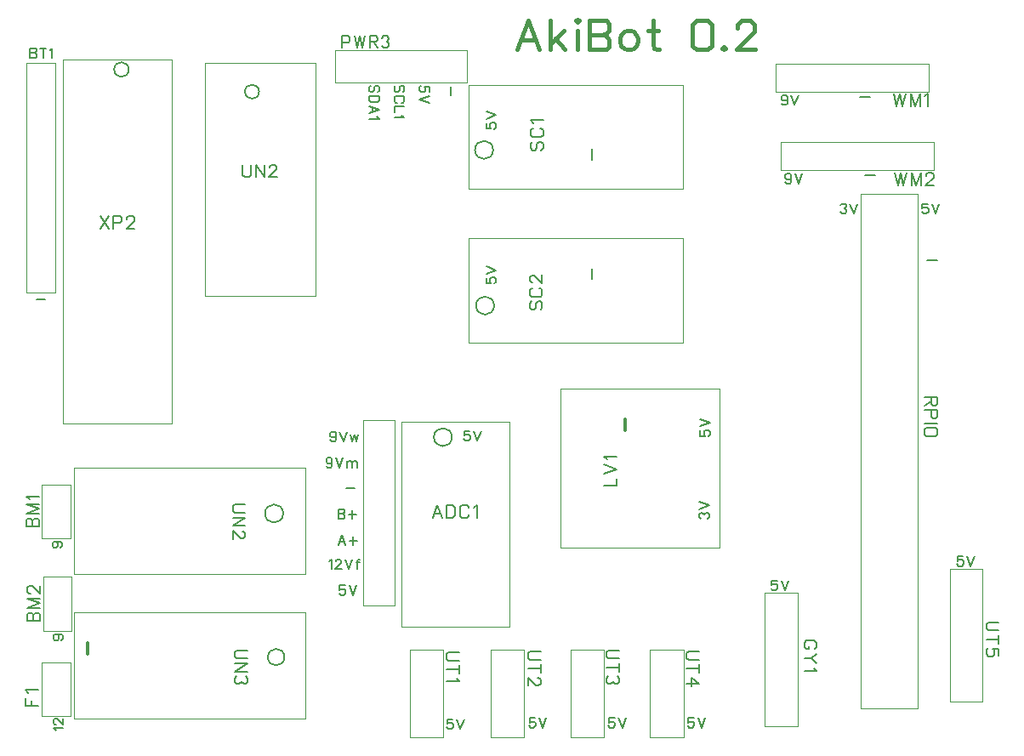
<source format=gbr>
*
%LPD*%
%LN_top_silkscreen*%
%FSLAX34Y34*%
%MOMM*%
%OFA0B0*%
%AD*%
%ADD011C,0.1000*%
%ADD013C,0.4000*%
%ADD012C,0.2000*%
%ADD014C,0.3000*%
G54D11*
G01X10000Y694000D02*
G01X39000Y694000D01*
G01X39000Y465000D01*
G01X10000Y465000D01*
G01X10000Y694000D01*
G01X47000Y697000D02*
G01X155000Y697000D01*
G01X155000Y335000D01*
G01X47000Y335000D01*
G01X47000Y697000D01*
G01X298000Y694000D02*
G01X298000Y462000D01*
G01X188000Y462000D01*
G01X188000Y694000D01*
G01X298000Y694000D01*
G01X318000Y706000D02*
G01X449000Y706000D01*
G01X449000Y674000D01*
G01X318000Y674000D01*
G01X318000Y706000D01*
G01X451000Y672000D02*
G01X664000Y672000D01*
G01X664000Y568000D01*
G01X451000Y568000D01*
G01X451000Y672000D01*
G01X451000Y519000D02*
G01X664000Y519000D01*
G01X664000Y415000D01*
G01X451000Y415000D01*
G01X451000Y519000D01*
G01X542000Y369000D02*
G01X700000Y369000D01*
G01X700000Y211000D01*
G01X542000Y211000D01*
G01X542000Y369000D01*
G01X384000Y336000D02*
G01X491000Y336000D01*
G01X491000Y132000D01*
G01X384000Y132000D01*
G01X384000Y336000D01*
G01X346000Y338000D02*
G01X377000Y338000D01*
G01X377000Y153000D01*
G01X346000Y153000D01*
G01X346000Y338000D01*
G01X288000Y291000D02*
G01X288000Y185000D01*
G01X58000Y185000D01*
G01X58000Y291000D01*
G01X288000Y291000D01*
G01X288000Y147000D02*
G01X288000Y41000D01*
G01X58000Y41000D01*
G01X58000Y147000D01*
G01X288000Y147000D01*
G01X54000Y97000D02*
G01X54000Y43000D01*
G01X26000Y43000D01*
G01X26000Y97000D01*
G01X54000Y97000D01*
G01X27000Y182000D02*
G01X55000Y182000D01*
G01X55000Y128000D01*
G01X27000Y128000D01*
G01X27000Y182000D01*
G01X26000Y274000D02*
G01X54000Y274000D01*
G01X54000Y220000D01*
G01X26000Y220000D01*
G01X26000Y274000D01*
G01X909000Y693000D02*
G01X909000Y665000D01*
G01X756000Y665000D01*
G01X756000Y693000D01*
G01X909000Y693000D01*
G01X761000Y615000D02*
G01X914000Y615000D01*
G01X914000Y587000D01*
G01X761000Y587000D01*
G01X761000Y615000D01*
G01X898000Y563000D02*
G01X898000Y51000D01*
G01X841000Y51000D01*
G01X841000Y563000D01*
G01X898000Y563000D01*
G01X930000Y190000D02*
G01X962000Y190000D01*
G01X962000Y58000D01*
G01X930000Y58000D01*
G01X930000Y190000D01*
G01X778000Y166000D02*
G01X778000Y33000D01*
G01X745000Y33000D01*
G01X745000Y166000D01*
G01X778000Y166000D01*
G01X665000Y109000D02*
G01X665000Y22000D01*
G01X631000Y22000D01*
G01X631000Y109000D01*
G01X665000Y109000D01*
G01X585000Y109000D02*
G01X585000Y22000D01*
G01X552000Y22000D01*
G01X552000Y109000D01*
G01X585000Y109000D01*
G01X473000Y109000D02*
G01X506000Y109000D01*
G01X506000Y22000D01*
G01X473000Y22000D01*
G01X473000Y109000D01*
G01X392000Y109000D02*
G01X425000Y109000D01*
G01X425000Y22000D01*
G01X392000Y22000D01*
G01X392000Y109000D01*
G54D13*
G01X509778Y735584D02*
G01X498856Y706882D01*
G01X509778Y735584D02*
G01X520700Y706882D01*
G01X502920Y716534D02*
G01X516636Y716534D01*
G01X531622Y735584D02*
G01X531622Y706882D01*
G01X545338Y725932D02*
G01X531622Y712216D01*
G01X536956Y717804D02*
G01X546608Y706882D01*
G01X557530Y735584D02*
G01X558800Y734060D01*
G01X558800Y734060D02*
G01X560324Y735584D01*
G01X560324Y735584D02*
G01X558800Y736854D01*
G01X558800Y736854D02*
G01X557530Y735584D01*
G01X558800Y725932D02*
G01X558800Y706882D01*
G01X571246Y735584D02*
G01X571246Y706882D01*
G01X571246Y735584D02*
G01X587502Y735584D01*
G01X587502Y735584D02*
G01X587502Y735584D01*
G01X587502Y735584D02*
G01X590296Y732790D01*
G01X590296Y732790D02*
G01X590296Y725932D01*
G01X590296Y725932D02*
G01X587502Y723138D01*
G01X587502Y723138D02*
G01X583438Y721868D01*
G01X571246Y721868D02*
G01X583438Y721868D01*
G01X583438Y721868D02*
G01X583438Y721868D01*
G01X583438Y721868D02*
G01X587502Y720598D01*
G01X587502Y720598D02*
G01X590296Y716534D01*
G01X590296Y716534D02*
G01X590296Y709676D01*
G01X590296Y709676D02*
G01X587502Y706882D01*
G01X587502Y706882D02*
G01X583438Y706882D01*
G01X583438Y706882D02*
G01X571246Y706882D01*
G01X608076Y725932D02*
G01X605282Y724662D01*
G01X605282Y724662D02*
G01X602488Y721868D01*
G01X602488Y721868D02*
G01X601218Y717804D01*
G01X601218Y717804D02*
G01X601218Y715010D01*
G01X601218Y715010D02*
G01X602488Y710946D01*
G01X602488Y710946D02*
G01X605282Y708152D01*
G01X605282Y708152D02*
G01X608076Y706882D01*
G01X608076Y706882D02*
G01X612140Y706882D01*
G01X612140Y706882D02*
G01X614680Y708152D01*
G01X614680Y708152D02*
G01X617474Y710946D01*
G01X617474Y710946D02*
G01X618998Y715010D01*
G01X618998Y715010D02*
G01X618998Y717804D01*
G01X618998Y717804D02*
G01X617474Y721868D01*
G01X617474Y721868D02*
G01X614680Y724662D01*
G01X614680Y724662D02*
G01X612140Y725932D01*
G01X612140Y725932D02*
G01X608076Y725932D01*
G01X633984Y735584D02*
G01X633984Y712216D01*
G01X633984Y712216D02*
G01X635254Y708152D01*
G01X635254Y708152D02*
G01X638048Y706882D01*
G01X638048Y706882D02*
G01X640588Y706882D01*
G01X629666Y725932D02*
G01X639318Y725932D01*
G01X677418Y735584D02*
G01X673354Y731520D01*
G01X673354Y731520D02*
G01X673354Y710946D01*
G01X673354Y710946D02*
G01X677418Y706882D01*
G01X677418Y706882D02*
G01X688340Y706882D01*
G01X688340Y706882D02*
G01X692404Y710946D01*
G01X692404Y710946D02*
G01X692404Y731520D01*
G01X692404Y731520D02*
G01X688340Y735584D01*
G01X688340Y735584D02*
G01X677418Y735584D01*
G01X704850Y709676D02*
G01X703326Y708152D01*
G01X703326Y708152D02*
G01X704850Y706882D01*
G01X704850Y706882D02*
G01X706120Y708152D01*
G01X706120Y708152D02*
G01X704850Y709676D01*
G01X718312Y728726D02*
G01X718312Y731520D01*
G01X718312Y731520D02*
G01X722630Y735584D01*
G01X722630Y735584D02*
G01X730758Y735584D01*
G01X730758Y735584D02*
G01X734822Y731520D01*
G01X734822Y731520D02*
G01X734822Y724662D01*
G01X734822Y724662D02*
G01X717042Y706882D01*
G01X717042Y706882D02*
G01X736092Y706882D01*
G54D12*
G01X112280Y687000D02*
G75*
G03X112280Y687000I-7280J0D01*
G74*
G01X242000Y665000D02*
G75*
G03X242000Y665000I-7000J0D01*
G74*
G01X475055Y607000D02*
G75*
G03X475055Y607000I-9055J0D01*
G74*
G01X476000Y452000D02*
G75*
G03X476000Y452000I-9000J0D01*
G74*
G01X434000Y321000D02*
G75*
G03X434000Y321000I-9000J0D01*
G74*
G01X266055Y245000D02*
G75*
G03X266055Y245000I-9055J0D01*
G74*
G01X267246Y102000D02*
G75*
G03X267246Y102000I-8246J0D01*
G74*
G01X573278Y488950D02*
G01X573278Y478282D01*
G01X573278Y607822D02*
G01X573278Y597154D01*
G01X906780Y497078D02*
G01X917448Y497078D01*
G01X441198Y106934D02*
G01X430530Y106934D01*
G01X430530Y106934D02*
G01X428752Y105156D01*
G01X428752Y105156D02*
G01X428752Y100330D01*
G01X428752Y100330D02*
G01X430530Y98552D01*
G01X430530Y98552D02*
G01X441198Y98552D01*
G01X441198Y89662D02*
G01X428752Y89662D01*
G01X441198Y93980D02*
G01X441198Y85598D01*
G01X438404Y80772D02*
G01X441198Y77978D01*
G01X441198Y77978D02*
G01X428752Y77978D01*
G01X522224Y107950D02*
G01X511556Y107950D01*
G01X511556Y107950D02*
G01X509778Y106172D01*
G01X509778Y106172D02*
G01X509778Y101346D01*
G01X509778Y101346D02*
G01X511556Y99568D01*
G01X511556Y99568D02*
G01X522224Y99568D01*
G01X522224Y90678D02*
G01X509778Y90678D01*
G01X522224Y94996D02*
G01X522224Y86614D01*
G01X519430Y81280D02*
G01X520446Y81280D01*
G01X520446Y81280D02*
G01X522224Y79502D01*
G01X522224Y79502D02*
G01X522224Y75946D01*
G01X522224Y75946D02*
G01X520446Y74168D01*
G01X520446Y74168D02*
G01X517652Y74168D01*
G01X517652Y74168D02*
G01X509778Y81788D01*
G01X509778Y81788D02*
G01X509778Y73660D01*
G01X600202Y108966D02*
G01X589534Y108966D01*
G01X589534Y108966D02*
G01X587756Y107188D01*
G01X587756Y107188D02*
G01X587756Y102362D01*
G01X587756Y102362D02*
G01X589534Y100584D01*
G01X589534Y100584D02*
G01X600202Y100584D01*
G01X600202Y91694D02*
G01X587756Y91694D01*
G01X600202Y95758D02*
G01X600202Y87630D01*
G01X589534Y82804D02*
G01X587756Y81026D01*
G01X587756Y81026D02*
G01X587756Y76962D01*
G01X587756Y76962D02*
G01X587756Y76962D01*
G01X587756Y76962D02*
G01X589534Y75184D01*
G01X589534Y75184D02*
G01X592074Y75184D01*
G01X592074Y75184D02*
G01X594360Y77470D01*
G01X594360Y77470D02*
G01X596646Y75184D01*
G01X596646Y75184D02*
G01X598424Y75184D01*
G01X598424Y75184D02*
G01X600202Y76962D01*
G01X600202Y76962D02*
G01X600202Y81026D01*
G01X600202Y81026D02*
G01X598424Y82804D01*
G01X680212Y107950D02*
G01X669544Y107950D01*
G01X669544Y107950D02*
G01X667766Y106172D01*
G01X667766Y106172D02*
G01X667766Y101346D01*
G01X667766Y101346D02*
G01X669544Y99568D01*
G01X669544Y99568D02*
G01X680212Y99568D01*
G01X680212Y90678D02*
G01X667766Y90678D01*
G01X680212Y94996D02*
G01X680212Y86614D01*
G01X680212Y75946D02*
G01X672084Y81788D01*
G01X672084Y81788D02*
G01X672084Y72898D01*
G01X680212Y75946D02*
G01X667766Y75946D01*
G01X873760Y663194D02*
G01X876808Y650748D01*
G01X879856Y663194D02*
G01X876808Y650748D01*
G01X879856Y663194D02*
G01X882650Y650748D01*
G01X885698Y663194D02*
G01X882650Y650748D01*
G01X890524Y663194D02*
G01X890524Y650748D01*
G01X890524Y663194D02*
G01X895096Y650748D01*
G01X899922Y663194D02*
G01X895096Y650748D01*
G01X899922Y663194D02*
G01X899922Y650748D01*
G01X904494Y660400D02*
G01X907542Y663194D01*
G01X907542Y663194D02*
G01X907542Y650748D01*
G01X874776Y584200D02*
G01X877824Y571754D01*
G01X880872Y584200D02*
G01X877824Y571754D01*
G01X880872Y584200D02*
G01X883666Y571754D01*
G01X886714Y584200D02*
G01X883666Y571754D01*
G01X891540Y584200D02*
G01X891540Y571754D01*
G01X891540Y584200D02*
G01X896112Y571754D01*
G01X900938Y584200D02*
G01X896112Y571754D01*
G01X900938Y584200D02*
G01X900938Y571754D01*
G01X906272Y581406D02*
G01X906272Y582422D01*
G01X906272Y582422D02*
G01X908050Y584200D01*
G01X908050Y584200D02*
G01X911606Y584200D01*
G01X911606Y584200D02*
G01X913384Y582422D01*
G01X913384Y582422D02*
G01X913384Y579628D01*
G01X913384Y579628D02*
G01X905510Y571754D01*
G01X905510Y571754D02*
G01X913892Y571754D01*
G01X795020Y109982D02*
G01X797306Y112268D01*
G01X797306Y112268D02*
G01X797306Y116586D01*
G01X797306Y116586D02*
G01X794258Y118872D01*
G01X794258Y118872D02*
G01X787146Y118872D01*
G01X787146Y118872D02*
G01X784860Y116586D01*
G01X784860Y116586D02*
G01X784860Y112268D01*
G01X784860Y112268D02*
G01X787146Y109982D01*
G01X787146Y109982D02*
G01X789686Y109982D01*
G01X789686Y113030D02*
G01X789686Y109982D01*
G01X797306Y105156D02*
G01X791464Y100584D01*
G01X791464Y100584D02*
G01X784860Y100584D01*
G01X797306Y95758D02*
G01X791464Y100584D01*
G01X794258Y91186D02*
G01X797306Y88138D01*
G01X797306Y88138D02*
G01X784860Y88138D01*
G01X324866Y720344D02*
G01X324866Y708914D01*
G01X324866Y720344D02*
G01X330962Y720344D01*
G01X330962Y720344D02*
G01X332486Y718566D01*
G01X332486Y718566D02*
G01X332486Y716026D01*
G01X332486Y716026D02*
G01X330962Y714248D01*
G01X330962Y714248D02*
G01X324866Y714248D01*
G01X336804Y720344D02*
G01X339598Y708914D01*
G01X342392Y720344D02*
G01X339598Y708914D01*
G01X342392Y720344D02*
G01X344932Y708914D01*
G01X347726Y720344D02*
G01X344932Y708914D01*
G01X352044Y720344D02*
G01X352044Y708914D01*
G01X352044Y720344D02*
G01X358140Y720344D01*
G01X358140Y720344D02*
G01X359664Y718566D01*
G01X359664Y718566D02*
G01X359664Y716534D01*
G01X359664Y716534D02*
G01X358140Y714756D01*
G01X358140Y714756D02*
G01X352044Y714756D01*
G01X355854Y714756D02*
G01X359664Y708914D01*
G01X364236Y710438D02*
G01X365760Y708914D01*
G01X365760Y708914D02*
G01X369570Y708914D01*
G01X369570Y708914D02*
G01X369570Y708914D01*
G01X369570Y708914D02*
G01X371348Y710438D01*
G01X371348Y710438D02*
G01X371348Y712724D01*
G01X371348Y712724D02*
G01X369062Y714756D01*
G01X369062Y714756D02*
G01X371348Y717042D01*
G01X371348Y717042D02*
G01X371348Y718566D01*
G01X371348Y718566D02*
G01X369570Y720344D01*
G01X369570Y720344D02*
G01X365760Y720344D01*
G01X365760Y720344D02*
G01X364236Y718566D01*
G01X13970Y708406D02*
G01X13970Y698754D01*
G01X13970Y708406D02*
G01X19304Y708406D01*
G01X19304Y708406D02*
G01X19304Y708406D01*
G01X19304Y708406D02*
G01X20320Y707390D01*
G01X20320Y707390D02*
G01X20320Y705358D01*
G01X20320Y705358D02*
G01X19304Y704342D01*
G01X19304Y704342D02*
G01X18034Y703834D01*
G01X13970Y703834D02*
G01X18034Y703834D01*
G01X18034Y703834D02*
G01X18034Y703834D01*
G01X18034Y703834D02*
G01X19304Y703326D01*
G01X19304Y703326D02*
G01X20320Y702056D01*
G01X20320Y702056D02*
G01X20320Y699770D01*
G01X20320Y699770D02*
G01X19304Y698754D01*
G01X19304Y698754D02*
G01X18034Y698754D01*
G01X18034Y698754D02*
G01X13970Y698754D01*
G01X27178Y708406D02*
G01X27178Y698754D01*
G01X23876Y708406D02*
G01X30226Y708406D01*
G01X33782Y706120D02*
G01X36068Y708406D01*
G01X36068Y708406D02*
G01X36068Y698754D01*
G01X433070Y669798D02*
G01X433070Y661670D01*
G01X411480Y664972D02*
G01X411480Y670306D01*
G01X411480Y670306D02*
G01X406908Y670306D01*
G01X406908Y670306D02*
G01X407670Y669544D01*
G01X407670Y669544D02*
G01X407670Y665988D01*
G01X407670Y665988D02*
G01X406400Y664464D01*
G01X406400Y664464D02*
G01X403606Y664464D01*
G01X403606Y664464D02*
G01X401828Y666242D01*
G01X401828Y666242D02*
G01X401828Y669544D01*
G01X401828Y669544D02*
G01X403606Y670814D01*
G01X411480Y660908D02*
G01X401828Y657352D01*
G01X411480Y653542D02*
G01X401828Y657352D01*
G01X385064Y664464D02*
G01X386334Y665988D01*
G01X386334Y665988D02*
G01X386334Y669544D01*
G01X386334Y669544D02*
G01X385064Y670814D01*
G01X385064Y670814D02*
G01X383286Y670814D01*
G01X383286Y670814D02*
G01X381762Y669544D01*
G01X381762Y669544D02*
G01X381762Y666242D01*
G01X381762Y666242D02*
G01X379984Y664464D01*
G01X379984Y664464D02*
G01X378206Y664464D01*
G01X378206Y664464D02*
G01X376936Y665988D01*
G01X376936Y665988D02*
G01X376936Y669544D01*
G01X376936Y669544D02*
G01X378206Y670814D01*
G01X384048Y654050D02*
G01X385064Y654050D01*
G01X385064Y654050D02*
G01X386334Y655320D01*
G01X386334Y655320D02*
G01X386334Y659384D01*
G01X386334Y659384D02*
G01X385064Y660908D01*
G01X385064Y660908D02*
G01X378206Y660908D01*
G01X378206Y660908D02*
G01X376936Y659384D01*
G01X376936Y659384D02*
G01X376936Y655320D01*
G01X376936Y655320D02*
G01X378206Y654050D01*
G01X378206Y654050D02*
G01X379222Y654050D01*
G01X386334Y650494D02*
G01X376936Y650494D01*
G01X376936Y650494D02*
G01X376936Y644906D01*
G01X384048Y641350D02*
G01X386334Y639064D01*
G01X386334Y639064D02*
G01X376936Y639064D01*
G01X360172Y664464D02*
G01X361442Y665988D01*
G01X361442Y665988D02*
G01X361442Y669544D01*
G01X361442Y669544D02*
G01X360172Y670814D01*
G01X360172Y670814D02*
G01X358140Y670814D01*
G01X358140Y670814D02*
G01X356870Y669544D01*
G01X356870Y669544D02*
G01X356870Y666242D01*
G01X356870Y666242D02*
G01X355092Y664464D01*
G01X355092Y664464D02*
G01X353314Y664464D01*
G01X353314Y664464D02*
G01X351790Y665988D01*
G01X351790Y665988D02*
G01X351790Y669544D01*
G01X351790Y669544D02*
G01X353314Y670814D01*
G01X361442Y660908D02*
G01X351790Y660908D01*
G01X361442Y660908D02*
G01X361442Y656336D01*
G01X361442Y656336D02*
G01X359664Y654558D01*
G01X359664Y654558D02*
G01X353568Y654558D01*
G01X353568Y654558D02*
G01X351790Y656336D01*
G01X351790Y656336D02*
G01X351790Y660908D01*
G01X361442Y647192D02*
G01X351790Y650748D01*
G01X361442Y647192D02*
G01X351790Y643636D01*
G01X355092Y649478D02*
G01X355092Y644906D01*
G01X359156Y640080D02*
G01X361442Y637794D01*
G01X361442Y637794D02*
G01X351790Y637794D01*
G01X468376Y479806D02*
G01X468376Y474218D01*
G01X468376Y474218D02*
G01X472948Y474218D01*
G01X472948Y474218D02*
G01X471932Y475234D01*
G01X471932Y475234D02*
G01X471932Y478790D01*
G01X471932Y478790D02*
G01X473202Y480314D01*
G01X473202Y480314D02*
G01X475996Y480314D01*
G01X475996Y480314D02*
G01X477774Y478536D01*
G01X477774Y478536D02*
G01X477774Y475234D01*
G01X477774Y475234D02*
G01X475996Y473964D01*
G01X468376Y483870D02*
G01X477774Y487426D01*
G01X468376Y491236D02*
G01X477774Y487426D01*
G01X328930Y270002D02*
G01X337058Y270002D01*
G01X318770Y322326D02*
G01X317500Y321056D01*
G01X317500Y321056D02*
G01X314198Y321056D01*
G01X314198Y321056D02*
G01X312928Y322326D01*
G01X312928Y322326D02*
G01X312928Y325120D01*
G01X312928Y325120D02*
G01X314198Y326390D01*
G01X314198Y326390D02*
G01X317500Y326390D01*
G01X317500Y326390D02*
G01X318770Y325120D01*
G01X318770Y325120D02*
G01X318770Y321056D01*
G01X318770Y321056D02*
G01X318770Y318262D01*
G01X318770Y318262D02*
G01X317500Y316992D01*
G01X317500Y316992D02*
G01X314198Y316992D01*
G01X314198Y316992D02*
G01X312928Y318262D01*
G01X322326Y326390D02*
G01X326136Y316992D01*
G01X329692Y326390D02*
G01X326136Y316992D01*
G01X333248Y323342D02*
G01X335026Y316992D01*
G01X337058Y323342D02*
G01X335026Y316992D01*
G01X337058Y323342D02*
G01X338836Y316992D01*
G01X340614Y323342D02*
G01X338836Y316992D01*
G01X314706Y296418D02*
G01X313436Y294894D01*
G01X313436Y294894D02*
G01X310134Y294894D01*
G01X310134Y294894D02*
G01X308864Y296418D01*
G01X308864Y296418D02*
G01X308864Y298958D01*
G01X308864Y298958D02*
G01X310134Y300482D01*
G01X310134Y300482D02*
G01X313436Y300482D01*
G01X313436Y300482D02*
G01X314706Y298958D01*
G01X314706Y298958D02*
G01X314706Y294894D01*
G01X314706Y294894D02*
G01X314706Y292354D01*
G01X314706Y292354D02*
G01X313436Y290830D01*
G01X313436Y290830D02*
G01X310134Y290830D01*
G01X310134Y290830D02*
G01X308864Y292354D01*
G01X318516Y300482D02*
G01X322072Y290830D01*
G01X325628Y300482D02*
G01X322072Y290830D01*
G01X329438Y297180D02*
G01X329438Y290830D01*
G01X329438Y295402D02*
G01X330708Y296672D01*
G01X330708Y296672D02*
G01X331724Y297180D01*
G01X331724Y297180D02*
G01X332994Y297180D01*
G01X332994Y297180D02*
G01X333756Y296672D01*
G01X333756Y296672D02*
G01X334264Y295402D01*
G01X334264Y295402D02*
G01X334264Y290830D01*
G01X334264Y295402D02*
G01X335788Y296672D01*
G01X335788Y296672D02*
G01X336550Y297180D01*
G01X336550Y297180D02*
G01X338074Y297180D01*
G01X338074Y297180D02*
G01X338836Y296672D01*
G01X338836Y296672D02*
G01X339344Y295402D01*
G01X339344Y295402D02*
G01X339344Y290830D01*
G01X320802Y249428D02*
G01X320802Y239776D01*
G01X320802Y249428D02*
G01X326390Y249428D01*
G01X326390Y249428D02*
G01X326390Y249428D01*
G01X326390Y249428D02*
G01X327152Y248412D01*
G01X327152Y248412D02*
G01X327152Y246126D01*
G01X327152Y246126D02*
G01X326390Y245364D01*
G01X326390Y245364D02*
G01X324866Y244856D01*
G01X320802Y244856D02*
G01X324866Y244856D01*
G01X324866Y244856D02*
G01X324866Y244856D01*
G01X324866Y244856D02*
G01X326390Y244348D01*
G01X326390Y244348D02*
G01X327152Y243078D01*
G01X327152Y243078D02*
G01X327152Y240792D01*
G01X327152Y240792D02*
G01X326390Y239776D01*
G01X326390Y239776D02*
G01X324866Y239776D01*
G01X324866Y239776D02*
G01X320802Y239776D01*
G01X335026Y248158D02*
G01X335026Y239776D01*
G01X330962Y243840D02*
G01X339090Y243840D01*
G01X324612Y223520D02*
G01X320802Y213868D01*
G01X324612Y223520D02*
G01X328168Y213868D01*
G01X322326Y217170D02*
G01X326898Y217170D01*
G01X335788Y221996D02*
G01X335788Y213868D01*
G01X331724Y217932D02*
G01X339852Y217932D01*
G01X327660Y173482D02*
G01X322326Y173482D01*
G01X322326Y173482D02*
G01X322326Y168910D01*
G01X322326Y168910D02*
G01X323342Y169672D01*
G01X323342Y169672D02*
G01X326898Y169672D01*
G01X326898Y169672D02*
G01X328168Y168402D01*
G01X328168Y168402D02*
G01X328168Y165608D01*
G01X328168Y165608D02*
G01X326390Y163830D01*
G01X326390Y163830D02*
G01X323342Y163830D01*
G01X323342Y163830D02*
G01X321818Y165608D01*
G01X331978Y173482D02*
G01X335534Y163830D01*
G01X339090Y173482D02*
G01X335534Y163830D01*
G01X674878Y41402D02*
G01X669290Y41402D01*
G01X669290Y41402D02*
G01X669290Y36830D01*
G01X669290Y36830D02*
G01X670306Y37846D01*
G01X670306Y37846D02*
G01X673862Y37846D01*
G01X673862Y37846D02*
G01X675132Y36322D01*
G01X675132Y36322D02*
G01X675132Y33782D01*
G01X675132Y33782D02*
G01X673354Y31750D01*
G01X673354Y31750D02*
G01X670306Y31750D01*
G01X670306Y31750D02*
G01X668782Y33782D01*
G01X678942Y41402D02*
G01X682498Y31750D01*
G01X686054Y41402D02*
G01X682498Y31750D01*
G01X595884Y41402D02*
G01X590296Y41402D01*
G01X590296Y41402D02*
G01X590296Y36830D01*
G01X590296Y36830D02*
G01X591312Y37846D01*
G01X591312Y37846D02*
G01X594868Y37846D01*
G01X594868Y37846D02*
G01X596138Y36322D01*
G01X596138Y36322D02*
G01X596138Y33782D01*
G01X596138Y33782D02*
G01X594360Y31750D01*
G01X594360Y31750D02*
G01X591312Y31750D01*
G01X591312Y31750D02*
G01X589788Y33782D01*
G01X599948Y41402D02*
G01X603504Y31750D01*
G01X607060Y41402D02*
G01X603504Y31750D01*
G01X516890Y41402D02*
G01X511302Y41402D01*
G01X511302Y41402D02*
G01X511302Y36830D01*
G01X511302Y36830D02*
G01X512318Y37846D01*
G01X512318Y37846D02*
G01X515874Y37846D01*
G01X515874Y37846D02*
G01X517144Y36322D01*
G01X517144Y36322D02*
G01X517144Y33782D01*
G01X517144Y33782D02*
G01X515366Y31750D01*
G01X515366Y31750D02*
G01X512318Y31750D01*
G01X512318Y31750D02*
G01X510794Y33782D01*
G01X520954Y41402D02*
G01X524510Y31750D01*
G01X528066Y41402D02*
G01X524510Y31750D01*
G01X434848Y40386D02*
G01X429260Y40386D01*
G01X429260Y40386D02*
G01X429260Y35814D01*
G01X429260Y35814D02*
G01X430276Y36830D01*
G01X430276Y36830D02*
G01X433832Y36830D01*
G01X433832Y36830D02*
G01X435356Y35306D01*
G01X435356Y35306D02*
G01X435356Y32766D01*
G01X435356Y32766D02*
G01X433324Y30988D01*
G01X433324Y30988D02*
G01X430276Y30988D01*
G01X430276Y30988D02*
G01X428752Y32766D01*
G01X438912Y40386D02*
G01X442468Y30988D01*
G01X446024Y40386D02*
G01X442468Y30988D01*
G01X757682Y178308D02*
G01X752348Y178308D01*
G01X752348Y178308D02*
G01X752348Y173990D01*
G01X752348Y173990D02*
G01X753110Y174752D01*
G01X753110Y174752D02*
G01X756920Y174752D01*
G01X756920Y174752D02*
G01X758190Y173482D01*
G01X758190Y173482D02*
G01X758190Y170688D01*
G01X758190Y170688D02*
G01X756412Y168910D01*
G01X756412Y168910D02*
G01X753110Y168910D01*
G01X753110Y168910D02*
G01X751840Y170688D01*
G01X762000Y178308D02*
G01X765556Y168910D01*
G01X769112Y178308D02*
G01X765556Y168910D01*
G01X942848Y202438D02*
G01X937260Y202438D01*
G01X937260Y202438D02*
G01X937260Y197866D01*
G01X937260Y197866D02*
G01X938276Y198882D01*
G01X938276Y198882D02*
G01X941832Y198882D01*
G01X941832Y198882D02*
G01X943356Y197358D01*
G01X943356Y197358D02*
G01X943356Y194818D01*
G01X943356Y194818D02*
G01X941324Y192786D01*
G01X941324Y192786D02*
G01X938276Y192786D01*
G01X938276Y192786D02*
G01X936752Y194818D01*
G01X946912Y202438D02*
G01X950468Y192786D01*
G01X954024Y202438D02*
G01X950468Y192786D01*
G01X419608Y253238D02*
G01X414782Y240792D01*
G01X419608Y253238D02*
G01X424434Y240792D01*
G01X416560Y245110D02*
G01X422656Y245110D01*
G01X429006Y253238D02*
G01X429006Y240792D01*
G01X429006Y253238D02*
G01X434848Y253238D01*
G01X434848Y253238D02*
G01X437388Y250952D01*
G01X437388Y250952D02*
G01X437388Y243332D01*
G01X437388Y243332D02*
G01X434848Y240792D01*
G01X434848Y240792D02*
G01X429006Y240792D01*
G01X450850Y250444D02*
G01X450850Y251460D01*
G01X450850Y251460D02*
G01X449072Y253238D01*
G01X449072Y253238D02*
G01X443738Y253238D01*
G01X443738Y253238D02*
G01X441960Y251460D01*
G01X441960Y251460D02*
G01X441960Y242570D01*
G01X441960Y242570D02*
G01X443738Y240792D01*
G01X443738Y240792D02*
G01X449072Y240792D01*
G01X449072Y240792D02*
G01X450850Y242570D01*
G01X450850Y242570D02*
G01X450850Y243840D01*
G01X455676Y250444D02*
G01X458724Y253238D01*
G01X458724Y253238D02*
G01X458724Y240792D01*
G01X917194Y360934D02*
G01X904748Y360934D01*
G01X917194Y360934D02*
G01X917194Y354330D01*
G01X917194Y354330D02*
G01X915416Y352552D01*
G01X915416Y352552D02*
G01X913130Y352552D01*
G01X913130Y352552D02*
G01X911352Y354330D01*
G01X911352Y354330D02*
G01X911352Y360934D01*
G01X911352Y356616D02*
G01X904748Y352552D01*
G01X917194Y347980D02*
G01X904748Y347980D01*
G01X917194Y347980D02*
G01X917194Y341376D01*
G01X917194Y341376D02*
G01X915416Y339598D01*
G01X915416Y339598D02*
G01X912622Y339598D01*
G01X912622Y339598D02*
G01X910844Y341376D01*
G01X910844Y341376D02*
G01X910844Y347980D01*
G01X917194Y334772D02*
G01X904748Y334772D01*
G01X917194Y328422D02*
G01X915416Y330200D01*
G01X915416Y330200D02*
G01X906526Y330200D01*
G01X906526Y330200D02*
G01X904748Y328422D01*
G01X904748Y328422D02*
G01X904748Y323596D01*
G01X904748Y323596D02*
G01X906526Y321818D01*
G01X906526Y321818D02*
G01X915416Y321818D01*
G01X915416Y321818D02*
G01X917194Y323596D01*
G01X917194Y323596D02*
G01X917194Y328422D01*
G01X585470Y272796D02*
G01X597916Y272796D01*
G01X597916Y272796D02*
G01X597916Y279908D01*
G01X585470Y284734D02*
G01X597916Y289306D01*
G01X585470Y294132D02*
G01X597916Y289306D01*
G01X588518Y298958D02*
G01X585470Y301752D01*
G01X585470Y301752D02*
G01X597916Y301752D01*
G01X681228Y327660D02*
G01X681228Y322326D01*
G01X681228Y322326D02*
G01X685800Y322326D01*
G01X685800Y322326D02*
G01X685038Y323342D01*
G01X685038Y323342D02*
G01X685038Y326898D01*
G01X685038Y326898D02*
G01X686308Y328168D01*
G01X686308Y328168D02*
G01X689102Y328168D01*
G01X689102Y328168D02*
G01X690880Y326390D01*
G01X690880Y326390D02*
G01X690880Y323342D01*
G01X690880Y323342D02*
G01X689102Y321818D01*
G01X681228Y331978D02*
G01X690880Y335534D01*
G01X681228Y339090D02*
G01X690880Y335534D01*
G01X688594Y239776D02*
G01X689864Y241300D01*
G01X689864Y241300D02*
G01X689864Y244348D01*
G01X689864Y244348D02*
G01X689864Y244348D01*
G01X689864Y244348D02*
G01X688594Y245872D01*
G01X688594Y245872D02*
G01X686816Y245872D01*
G01X686816Y245872D02*
G01X684784Y243840D01*
G01X684784Y243840D02*
G01X683006Y245872D01*
G01X683006Y245872D02*
G01X681736Y245872D01*
G01X681736Y245872D02*
G01X680212Y244348D01*
G01X680212Y244348D02*
G01X680212Y241300D01*
G01X680212Y241300D02*
G01X681736Y239776D01*
G01X680212Y249428D02*
G01X689864Y252984D01*
G01X680212Y256794D02*
G01X689864Y252984D01*
G01X230378Y108966D02*
G01X219710Y108966D01*
G01X219710Y108966D02*
G01X217932Y107188D01*
G01X217932Y107188D02*
G01X217932Y102362D01*
G01X217932Y102362D02*
G01X219710Y100584D01*
G01X219710Y100584D02*
G01X230378Y100584D01*
G01X230378Y95758D02*
G01X217932Y95758D01*
G01X230378Y95758D02*
G01X217932Y87630D01*
G01X230378Y87630D02*
G01X217932Y87630D01*
G01X219710Y82804D02*
G01X217932Y81026D01*
G01X217932Y81026D02*
G01X217932Y76962D01*
G01X217932Y76962D02*
G01X217932Y76962D01*
G01X217932Y76962D02*
G01X219710Y75184D01*
G01X219710Y75184D02*
G01X221996Y75184D01*
G01X221996Y75184D02*
G01X224282Y77470D01*
G01X224282Y77470D02*
G01X226822Y75184D01*
G01X226822Y75184D02*
G01X228600Y75184D01*
G01X228600Y75184D02*
G01X230378Y76962D01*
G01X230378Y76962D02*
G01X230378Y81026D01*
G01X230378Y81026D02*
G01X228600Y82804D01*
G01X228346Y254000D02*
G01X217678Y254000D01*
G01X217678Y254000D02*
G01X215900Y252222D01*
G01X215900Y252222D02*
G01X215900Y247396D01*
G01X215900Y247396D02*
G01X217678Y245618D01*
G01X217678Y245618D02*
G01X228346Y245618D01*
G01X228346Y240792D02*
G01X215900Y240792D01*
G01X228346Y240792D02*
G01X215900Y232664D01*
G01X228346Y232664D02*
G01X215900Y232664D01*
G01X225298Y227330D02*
G01X226568Y227330D01*
G01X226568Y227330D02*
G01X228346Y225552D01*
G01X228346Y225552D02*
G01X228346Y221996D01*
G01X228346Y221996D02*
G01X226568Y220218D01*
G01X226568Y220218D02*
G01X223520Y220218D01*
G01X223520Y220218D02*
G01X215900Y227838D01*
G01X215900Y227838D02*
G01X215900Y219710D01*
G01X513334Y456184D02*
G01X511556Y454406D01*
G01X511556Y454406D02*
G01X511556Y449580D01*
G01X511556Y449580D02*
G01X513334Y447802D01*
G01X513334Y447802D02*
G01X515620Y447802D01*
G01X515620Y447802D02*
G01X517398Y449580D01*
G01X517398Y449580D02*
G01X517398Y453898D01*
G01X517398Y453898D02*
G01X519684Y456184D01*
G01X519684Y456184D02*
G01X522224Y456184D01*
G01X522224Y456184D02*
G01X523748Y454406D01*
G01X523748Y454406D02*
G01X523748Y449580D01*
G01X523748Y449580D02*
G01X522224Y447802D01*
G01X514350Y469646D02*
G01X513334Y469646D01*
G01X513334Y469646D02*
G01X511556Y467868D01*
G01X511556Y467868D02*
G01X511556Y462534D01*
G01X511556Y462534D02*
G01X513334Y460756D01*
G01X513334Y460756D02*
G01X522224Y460756D01*
G01X522224Y460756D02*
G01X523748Y462534D01*
G01X523748Y462534D02*
G01X523748Y467868D01*
G01X523748Y467868D02*
G01X522224Y469646D01*
G01X522224Y469646D02*
G01X520954Y469646D01*
G01X514350Y474980D02*
G01X513334Y474980D01*
G01X513334Y474980D02*
G01X511556Y476758D01*
G01X511556Y476758D02*
G01X511556Y480314D01*
G01X511556Y480314D02*
G01X513334Y482092D01*
G01X513334Y482092D02*
G01X516128Y482092D01*
G01X516128Y482092D02*
G01X523748Y474472D01*
G01X523748Y474472D02*
G01X523748Y482854D01*
G01X514350Y615188D02*
G01X512572Y613410D01*
G01X512572Y613410D02*
G01X512572Y608584D01*
G01X512572Y608584D02*
G01X514350Y606806D01*
G01X514350Y606806D02*
G01X516636Y606806D01*
G01X516636Y606806D02*
G01X518414Y608584D01*
G01X518414Y608584D02*
G01X518414Y612902D01*
G01X518414Y612902D02*
G01X520700Y615188D01*
G01X520700Y615188D02*
G01X522986Y615188D01*
G01X522986Y615188D02*
G01X524764Y613410D01*
G01X524764Y613410D02*
G01X524764Y608584D01*
G01X524764Y608584D02*
G01X522986Y606806D01*
G01X515366Y628650D02*
G01X514350Y628650D01*
G01X514350Y628650D02*
G01X512572Y626872D01*
G01X512572Y626872D02*
G01X512572Y621538D01*
G01X512572Y621538D02*
G01X514350Y619760D01*
G01X514350Y619760D02*
G01X522986Y619760D01*
G01X522986Y619760D02*
G01X524764Y621538D01*
G01X524764Y621538D02*
G01X524764Y626872D01*
G01X524764Y626872D02*
G01X522986Y628650D01*
G01X522986Y628650D02*
G01X521970Y628650D01*
G01X515366Y633476D02*
G01X512572Y636524D01*
G01X512572Y636524D02*
G01X524764Y636524D01*
G01X225806Y592328D02*
G01X225806Y581660D01*
G01X225806Y581660D02*
G01X227584Y579882D01*
G01X227584Y579882D02*
G01X232410Y579882D01*
G01X232410Y579882D02*
G01X234188Y581660D01*
G01X234188Y581660D02*
G01X234188Y592328D01*
G01X238760Y592328D02*
G01X238760Y579882D01*
G01X238760Y592328D02*
G01X247142Y579882D01*
G01X247142Y592328D02*
G01X247142Y579882D01*
G01X252476Y589280D02*
G01X252476Y590550D01*
G01X252476Y590550D02*
G01X254254Y592328D01*
G01X254254Y592328D02*
G01X257810Y592328D01*
G01X257810Y592328D02*
G01X259588Y590550D01*
G01X259588Y590550D02*
G01X259588Y587502D01*
G01X259588Y587502D02*
G01X251968Y579882D01*
G01X251968Y579882D02*
G01X260096Y579882D01*
G01X83820Y541274D02*
G01X92202Y528828D01*
G01X92202Y541274D02*
G01X83820Y528828D01*
G01X96774Y541274D02*
G01X96774Y528828D01*
G01X96774Y541274D02*
G01X103378Y541274D01*
G01X103378Y541274D02*
G01X105156Y539496D01*
G01X105156Y539496D02*
G01X105156Y536448D01*
G01X105156Y536448D02*
G01X103378Y534670D01*
G01X103378Y534670D02*
G01X96774Y534670D01*
G01X110490Y538226D02*
G01X110490Y539496D01*
G01X110490Y539496D02*
G01X112268Y541274D01*
G01X112268Y541274D02*
G01X115824Y541274D01*
G01X115824Y541274D02*
G01X117602Y539496D01*
G01X117602Y539496D02*
G01X117602Y536448D01*
G01X117602Y536448D02*
G01X109982Y528828D01*
G01X109982Y528828D02*
G01X118110Y528828D01*
G01X978408Y136906D02*
G01X967740Y136906D01*
G01X967740Y136906D02*
G01X965962Y135128D01*
G01X965962Y135128D02*
G01X965962Y130302D01*
G01X965962Y130302D02*
G01X967740Y128524D01*
G01X967740Y128524D02*
G01X978408Y128524D01*
G01X978408Y119634D02*
G01X965962Y119634D01*
G01X978408Y123952D02*
G01X978408Y115570D01*
G01X978408Y103124D02*
G01X978408Y110236D01*
G01X978408Y110236D02*
G01X972312Y110236D01*
G01X972312Y110236D02*
G01X973582Y109220D01*
G01X973582Y109220D02*
G01X973582Y104394D01*
G01X973582Y104394D02*
G01X971804Y102616D01*
G01X971804Y102616D02*
G01X968248Y102616D01*
G01X968248Y102616D02*
G01X965962Y104902D01*
G01X965962Y104902D02*
G01X965962Y109220D01*
G01X965962Y109220D02*
G01X968248Y110998D01*
G01X771906Y579374D02*
G01X770382Y577850D01*
G01X770382Y577850D02*
G01X767334Y577850D01*
G01X767334Y577850D02*
G01X765810Y579374D01*
G01X765810Y579374D02*
G01X765810Y582168D01*
G01X765810Y582168D02*
G01X767334Y583438D01*
G01X767334Y583438D02*
G01X770382Y583438D01*
G01X770382Y583438D02*
G01X771906Y582168D01*
G01X771906Y582168D02*
G01X771906Y577850D01*
G01X771906Y577850D02*
G01X771906Y575310D01*
G01X771906Y575310D02*
G01X770382Y573786D01*
G01X770382Y573786D02*
G01X767334Y573786D01*
G01X767334Y573786D02*
G01X765810Y575310D01*
G01X775462Y583438D02*
G01X779018Y573786D01*
G01X782574Y583438D02*
G01X779018Y573786D01*
G01X767842Y657352D02*
G01X766318Y656082D01*
G01X766318Y656082D02*
G01X763270Y656082D01*
G01X763270Y656082D02*
G01X762000Y657352D01*
G01X762000Y657352D02*
G01X762000Y660146D01*
G01X762000Y660146D02*
G01X763270Y661416D01*
G01X763270Y661416D02*
G01X766318Y661416D01*
G01X766318Y661416D02*
G01X767842Y660146D01*
G01X767842Y660146D02*
G01X767842Y656082D01*
G01X767842Y656082D02*
G01X767842Y653288D01*
G01X767842Y653288D02*
G01X766318Y651764D01*
G01X766318Y651764D02*
G01X763270Y651764D01*
G01X763270Y651764D02*
G01X762000Y653288D01*
G01X771398Y661416D02*
G01X774954Y651764D01*
G01X778764Y661416D02*
G01X774954Y651764D01*
G01X820928Y545338D02*
G01X822198Y543814D01*
G01X822198Y543814D02*
G01X825500Y543814D01*
G01X825500Y543814D02*
G01X825500Y543814D01*
G01X825500Y543814D02*
G01X826770Y545338D01*
G01X826770Y545338D02*
G01X826770Y547116D01*
G01X826770Y547116D02*
G01X824992Y548894D01*
G01X824992Y548894D02*
G01X826770Y550672D01*
G01X826770Y550672D02*
G01X826770Y551942D01*
G01X826770Y551942D02*
G01X825500Y553466D01*
G01X825500Y553466D02*
G01X822198Y553466D01*
G01X822198Y553466D02*
G01X820928Y551942D01*
G01X830326Y553466D02*
G01X834136Y543814D01*
G01X837692Y553466D02*
G01X834136Y543814D01*
G01X907796Y553466D02*
G01X902208Y553466D01*
G01X902208Y553466D02*
G01X902208Y548894D01*
G01X902208Y548894D02*
G01X903224Y549656D01*
G01X903224Y549656D02*
G01X906780Y549656D01*
G01X906780Y549656D02*
G01X908304Y548386D01*
G01X908304Y548386D02*
G01X908304Y545592D01*
G01X908304Y545592D02*
G01X906526Y543814D01*
G01X906526Y543814D02*
G01X903224Y543814D01*
G01X903224Y543814D02*
G01X901954Y545592D01*
G01X911860Y553466D02*
G01X915416Y543814D01*
G01X919226Y553466D02*
G01X915416Y543814D01*
G01X10414Y231902D02*
G01X22860Y231902D01*
G01X10414Y231902D02*
G01X10414Y239014D01*
G01X10414Y239014D02*
G01X10414Y239014D01*
G01X10414Y239014D02*
G01X11684Y240030D01*
G01X11684Y240030D02*
G01X14478Y240030D01*
G01X14478Y240030D02*
G01X15748Y239014D01*
G01X15748Y239014D02*
G01X16256Y237236D01*
G01X16256Y231902D02*
G01X16256Y237236D01*
G01X16256Y237236D02*
G01X16256Y237236D01*
G01X16256Y237236D02*
G01X17018Y239014D01*
G01X17018Y239014D02*
G01X18796Y240030D01*
G01X18796Y240030D02*
G01X21590Y240030D01*
G01X21590Y240030D02*
G01X22860Y239014D01*
G01X22860Y239014D02*
G01X22860Y237236D01*
G01X22860Y237236D02*
G01X22860Y231902D01*
G01X10414Y244856D02*
G01X22860Y244856D01*
G01X10414Y244856D02*
G01X22860Y249682D01*
G01X10414Y254254D02*
G01X22860Y249682D01*
G01X10414Y254254D02*
G01X22860Y254254D01*
G01X13462Y259080D02*
G01X10414Y262128D01*
G01X10414Y262128D02*
G01X22860Y262128D01*
G01X11430Y137922D02*
G01X23876Y137922D01*
G01X11430Y137922D02*
G01X11430Y145034D01*
G01X11430Y145034D02*
G01X11430Y145034D01*
G01X11430Y145034D02*
G01X12700Y146050D01*
G01X12700Y146050D02*
G01X15494Y146050D01*
G01X15494Y146050D02*
G01X16764Y145034D01*
G01X16764Y145034D02*
G01X17272Y143256D01*
G01X17272Y137922D02*
G01X17272Y143256D01*
G01X17272Y143256D02*
G01X17272Y143256D01*
G01X17272Y143256D02*
G01X18034Y145034D01*
G01X18034Y145034D02*
G01X19812Y146050D01*
G01X19812Y146050D02*
G01X22606Y146050D01*
G01X22606Y146050D02*
G01X23876Y145034D01*
G01X23876Y145034D02*
G01X23876Y143256D01*
G01X23876Y143256D02*
G01X23876Y137922D01*
G01X11430Y150876D02*
G01X23876Y150876D01*
G01X11430Y150876D02*
G01X23876Y155702D01*
G01X11430Y160274D02*
G01X23876Y155702D01*
G01X11430Y160274D02*
G01X23876Y160274D01*
G01X14478Y165608D02*
G01X13208Y165608D01*
G01X13208Y165608D02*
G01X11430Y167386D01*
G01X11430Y167386D02*
G01X11430Y170942D01*
G01X11430Y170942D02*
G01X13208Y172720D01*
G01X13208Y172720D02*
G01X16256Y172720D01*
G01X16256Y172720D02*
G01X23876Y165100D01*
G01X23876Y165100D02*
G01X23876Y173228D01*
G01X9398Y53848D02*
G01X21844Y53848D01*
G01X9398Y53848D02*
G01X9398Y61468D01*
G01X15494Y53848D02*
G01X15494Y58674D01*
G01X12446Y66294D02*
G01X9398Y69342D01*
G01X9398Y69342D02*
G01X21844Y69342D01*
G01X844804Y582168D02*
G01X855472Y582168D01*
G01X839978Y660146D02*
G01X850392Y660146D01*
G01X468376Y633730D02*
G01X468376Y628396D01*
G01X468376Y628396D02*
G01X472948Y628396D01*
G01X472948Y628396D02*
G01X471932Y629158D01*
G01X471932Y629158D02*
G01X471932Y632968D01*
G01X471932Y632968D02*
G01X473202Y634238D01*
G01X473202Y634238D02*
G01X475996Y634238D01*
G01X475996Y634238D02*
G01X477774Y632460D01*
G01X477774Y632460D02*
G01X477774Y629158D01*
G01X477774Y629158D02*
G01X475996Y627888D01*
G01X468376Y637794D02*
G01X477774Y641604D01*
G01X468376Y645160D02*
G01X477774Y641604D01*
G01X451866Y327406D02*
G01X446278Y327406D01*
G01X446278Y327406D02*
G01X446278Y322834D01*
G01X446278Y322834D02*
G01X447294Y323850D01*
G01X447294Y323850D02*
G01X450850Y323850D01*
G01X450850Y323850D02*
G01X452120Y322326D01*
G01X452120Y322326D02*
G01X452120Y319786D01*
G01X452120Y319786D02*
G01X450342Y317754D01*
G01X450342Y317754D02*
G01X447294Y317754D01*
G01X447294Y317754D02*
G01X445770Y319786D01*
G01X455930Y327406D02*
G01X459486Y317754D01*
G01X463042Y327406D02*
G01X459486Y317754D01*
G01X39624Y28956D02*
G01X37338Y31242D01*
G01X37338Y31242D02*
G01X46990Y31242D01*
G01X39624Y35306D02*
G01X38608Y35306D01*
G01X38608Y35306D02*
G01X37338Y36576D01*
G01X37338Y36576D02*
G01X37338Y39370D01*
G01X37338Y39370D02*
G01X38608Y40640D01*
G01X38608Y40640D02*
G01X40894Y40640D01*
G01X40894Y40640D02*
G01X46990Y34798D01*
G01X46990Y34798D02*
G01X46990Y41148D01*
G01X41402Y124714D02*
G01X42672Y123444D01*
G01X42672Y123444D02*
G01X42672Y120142D01*
G01X42672Y120142D02*
G01X41402Y118872D01*
G01X41402Y118872D02*
G01X38608Y118872D01*
G01X38608Y118872D02*
G01X37338Y120142D01*
G01X37338Y120142D02*
G01X37338Y123444D01*
G01X37338Y123444D02*
G01X38608Y124714D01*
G01X38608Y124714D02*
G01X42672Y124714D01*
G01X42672Y124714D02*
G01X45466Y124714D01*
G01X45466Y124714D02*
G01X46990Y123444D01*
G01X46990Y123444D02*
G01X46990Y120142D01*
G01X46990Y120142D02*
G01X45466Y118872D01*
G01X40386Y216662D02*
G01X41656Y215392D01*
G01X41656Y215392D02*
G01X41656Y212344D01*
G01X41656Y212344D02*
G01X40386Y210820D01*
G01X40386Y210820D02*
G01X37592Y210820D01*
G01X37592Y210820D02*
G01X36322Y212344D01*
G01X36322Y212344D02*
G01X36322Y215392D01*
G01X36322Y215392D02*
G01X37592Y216662D01*
G01X37592Y216662D02*
G01X41656Y216662D01*
G01X41656Y216662D02*
G01X44450Y216662D01*
G01X44450Y216662D02*
G01X45974Y215392D01*
G01X45974Y215392D02*
G01X45974Y212344D01*
G01X45974Y212344D02*
G01X44450Y210820D01*
G01X20828Y457962D02*
G01X28956Y457962D01*
G01X311912Y197104D02*
G01X314198Y199390D01*
G01X314198Y199390D02*
G01X314198Y189992D01*
G01X318262Y197104D02*
G01X318262Y198120D01*
G01X318262Y198120D02*
G01X319532Y199390D01*
G01X319532Y199390D02*
G01X322326Y199390D01*
G01X322326Y199390D02*
G01X323596Y198120D01*
G01X323596Y198120D02*
G01X323596Y195834D01*
G01X323596Y195834D02*
G01X317754Y189992D01*
G01X317754Y189992D02*
G01X324104Y189992D01*
G01X327660Y199390D02*
G01X331470Y189992D01*
G01X335026Y199390D02*
G01X331470Y189992D01*
G01X342392Y199390D02*
G01X341376Y199390D01*
G01X341376Y199390D02*
G01X340614Y198882D01*
G01X340614Y198882D02*
G01X340106Y197612D01*
G01X340106Y197612D02*
G01X340106Y189992D01*
G01X338582Y196342D02*
G01X341884Y196342D01*
G54D14*
G01X71120Y115824D02*
G01X71120Y105156D01*
G01X606552Y327914D02*
G01X606552Y338582D01*
M2*

</source>
